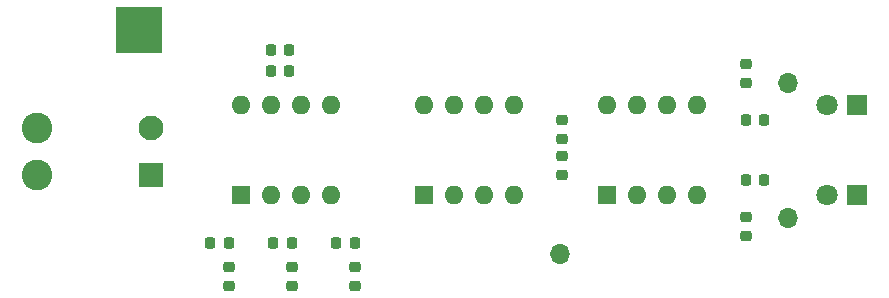
<source format=gbr>
%TF.GenerationSoftware,KiCad,Pcbnew,9.0.1*%
%TF.CreationDate,2025-05-15T12:04:48-05:00*%
%TF.ProjectId,Waveform_Blinky,57617665-666f-4726-9d5f-426c696e6b79,1.1*%
%TF.SameCoordinates,Original*%
%TF.FileFunction,Soldermask,Top*%
%TF.FilePolarity,Negative*%
%FSLAX46Y46*%
G04 Gerber Fmt 4.6, Leading zero omitted, Abs format (unit mm)*
G04 Created by KiCad (PCBNEW 9.0.1) date 2025-05-15 12:04:48*
%MOMM*%
%LPD*%
G01*
G04 APERTURE LIST*
G04 Aperture macros list*
%AMRoundRect*
0 Rectangle with rounded corners*
0 $1 Rounding radius*
0 $2 $3 $4 $5 $6 $7 $8 $9 X,Y pos of 4 corners*
0 Add a 4 corners polygon primitive as box body*
4,1,4,$2,$3,$4,$5,$6,$7,$8,$9,$2,$3,0*
0 Add four circle primitives for the rounded corners*
1,1,$1+$1,$2,$3*
1,1,$1+$1,$4,$5*
1,1,$1+$1,$6,$7*
1,1,$1+$1,$8,$9*
0 Add four rect primitives between the rounded corners*
20,1,$1+$1,$2,$3,$4,$5,0*
20,1,$1+$1,$4,$5,$6,$7,0*
20,1,$1+$1,$6,$7,$8,$9,0*
20,1,$1+$1,$8,$9,$2,$3,0*%
G04 Aperture macros list end*
%ADD10RoundRect,0.218750X0.256250X-0.218750X0.256250X0.218750X-0.256250X0.218750X-0.256250X-0.218750X0*%
%ADD11RoundRect,0.218750X-0.218750X-0.256250X0.218750X-0.256250X0.218750X0.256250X-0.218750X0.256250X0*%
%ADD12C,2.600000*%
%ADD13RoundRect,0.249900X-0.800100X0.800100X-0.800100X-0.800100X0.800100X-0.800100X0.800100X0.800100X0*%
%ADD14C,2.100000*%
%ADD15O,1.700000X1.700000*%
%ADD16RoundRect,0.218750X-0.256250X0.218750X-0.256250X-0.218750X0.256250X-0.218750X0.256250X0.218750X0*%
%ADD17R,1.600000X1.600000*%
%ADD18O,1.600000X1.600000*%
%ADD19RoundRect,0.218750X0.218750X0.256250X-0.218750X0.256250X-0.218750X-0.256250X0.218750X-0.256250X0*%
%ADD20R,1.800000X1.800000*%
%ADD21C,1.800000*%
%ADD22R,4.000000X4.000000*%
G04 APERTURE END LIST*
D10*
%TO.C,R7*%
X143510000Y-101168250D03*
X143510000Y-99593250D03*
%TD*%
D11*
%TO.C,R8*%
X159105500Y-101600000D03*
X160680500Y-101600000D03*
%TD*%
D12*
%TO.C,J1*%
X99048000Y-97147000D03*
X99048000Y-101183000D03*
D13*
X108748000Y-101183000D03*
D14*
X108748000Y-97147000D03*
%TD*%
D15*
%TO.C,TP3*%
X143383000Y-107823000D03*
%TD*%
D11*
%TO.C,R1*%
X113741000Y-106934000D03*
X115316000Y-106934000D03*
%TD*%
D16*
%TO.C,C2*%
X120650000Y-108966000D03*
X120650000Y-110541000D03*
%TD*%
D11*
%TO.C,R9*%
X159105500Y-96520000D03*
X160680500Y-96520000D03*
%TD*%
D16*
%TO.C,C3*%
X125984000Y-108966000D03*
X125984000Y-110541000D03*
%TD*%
%TO.C,C1*%
X115316000Y-108966000D03*
X115316000Y-110541000D03*
%TD*%
D10*
%TO.C,R11*%
X159131000Y-93370500D03*
X159131000Y-91795500D03*
%TD*%
D11*
%TO.C,R4*%
X118872000Y-90551000D03*
X120447000Y-90551000D03*
%TD*%
D16*
%TO.C,R10*%
X159131000Y-104749500D03*
X159131000Y-106324500D03*
%TD*%
D17*
%TO.C,U1*%
X116332000Y-102870000D03*
D18*
X118872000Y-102870000D03*
X121412000Y-102870000D03*
X123952000Y-102870000D03*
X123952000Y-95250000D03*
X121412000Y-95250000D03*
X118872000Y-95250000D03*
X116332000Y-95250000D03*
%TD*%
D17*
%TO.C,U2*%
X131826000Y-102870000D03*
D18*
X134366000Y-102870000D03*
X136906000Y-102870000D03*
X139446000Y-102870000D03*
X139446000Y-95250000D03*
X136906000Y-95250000D03*
X134366000Y-95250000D03*
X131826000Y-95250000D03*
%TD*%
D19*
%TO.C,R5*%
X120447000Y-92329000D03*
X118872000Y-92329000D03*
%TD*%
D10*
%TO.C,R6*%
X143510000Y-98120250D03*
X143510000Y-96545250D03*
%TD*%
D15*
%TO.C,TP4*%
X162687000Y-93345000D03*
%TD*%
D20*
%TO.C,D2*%
X168534000Y-102870000D03*
D21*
X165994000Y-102870000D03*
%TD*%
D22*
%TO.C,TP2*%
X107696000Y-88900000D03*
%TD*%
D17*
%TO.C,U3*%
X147320000Y-102870000D03*
D18*
X149860000Y-102870000D03*
X152400000Y-102870000D03*
X154940000Y-102870000D03*
X154940000Y-95250000D03*
X152400000Y-95250000D03*
X149860000Y-95250000D03*
X147320000Y-95250000D03*
%TD*%
D15*
%TO.C,TP5*%
X162687000Y-104775000D03*
%TD*%
D20*
%TO.C,D1*%
X168534000Y-95250000D03*
D21*
X165994000Y-95250000D03*
%TD*%
D11*
%TO.C,R3*%
X124409000Y-106934000D03*
X125984000Y-106934000D03*
%TD*%
%TO.C,R2*%
X119075000Y-106934000D03*
X120650000Y-106934000D03*
%TD*%
M02*

</source>
